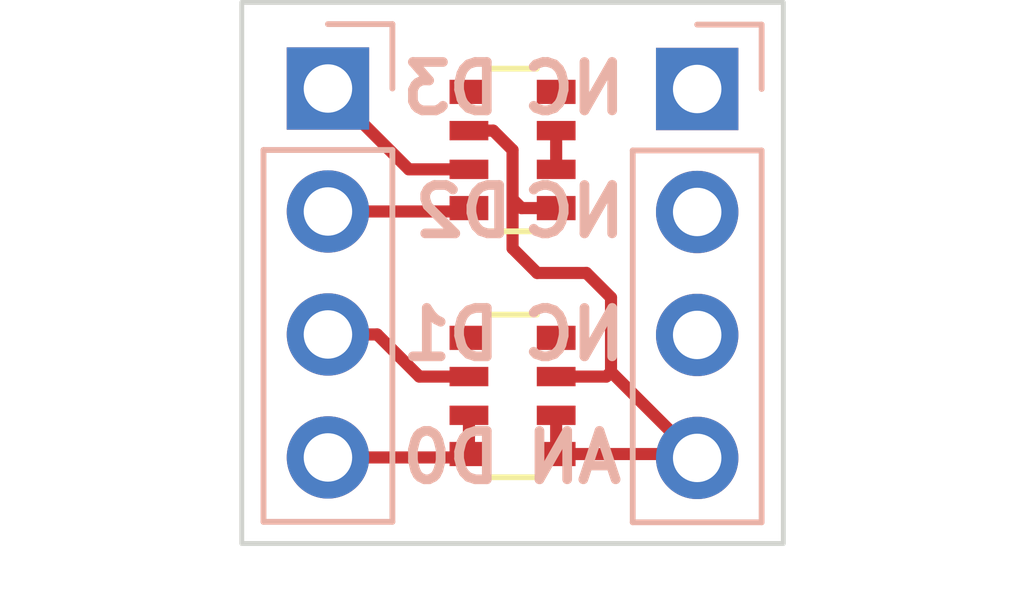
<source format=kicad_pcb>
(kicad_pcb (version 20211014) (generator pcbnew)
  (layers (0 "F.Cu" signal) (31 "B.Cu" signal) (34 "B.Paste" user) (35 "F.Paste" user) (36 "B.SilkS" user "B.Silkscreen") (37 "F.SilkS" user "F.Silkscreen") (38 "B.Mask" user) (39 "F.Mask" user) (44 "Edge.Cuts" user))
  (net 0 "")
  (net 5 "Net-(RN1-Pad6)")
  (net 9 "/D3")
  (net 10 "/D2")
  (net 11 "/D1")
  (net 12 "/D0")
  (net 13 "/AN")
  (footprint "Resistor_SMD:R_Array_Convex_4x0603" (layer "F.Cu") (at 153.416 117.602)
    (fp_text reference "RN2" hide)
    (fp_text value "1K")
    (fp_line (start 0.5 -1.68) (end -0.5 -1.68) (layer "F.SilkS") (width 0.12))
    (fp_line (start 0.5 1.68) (end -0.5 1.68) (layer "F.SilkS") (width 0.12))
    (pad "1" smd rect (at -0.9 -1.2) (size 0.8 0.5) (layers "F.Cu" "F.Paste" "F.Mask"))
    (pad "2" smd rect (at -0.9 -0.4) (size 0.8 0.4) (layers "F.Cu" "F.Paste" "F.Mask") (net 11 "/D1"))
    (pad "3" smd rect (at -0.9 0.4) (size 0.8 0.4) (layers "F.Cu" "F.Paste" "F.Mask") (net 12 "/D0"))
    (pad "4" smd rect (at -0.9 1.2) (size 0.8 0.5) (layers "F.Cu" "F.Paste" "F.Mask") (net 12 "/D0"))
    (pad "5" smd rect (at 0.9 1.2) (size 0.8 0.5) (layers "F.Cu" "F.Paste" "F.Mask") (net 13 "/AN"))
    (pad "6" smd rect (at 0.9 0.4) (size 0.8 0.4) (layers "F.Cu" "F.Paste" "F.Mask") (net 13 "/AN"))
    (pad "7" smd rect (at 0.9 -0.4) (size 0.8 0.4) (layers "F.Cu" "F.Paste" "F.Mask") (net 13 "/AN"))
    (pad "8" smd rect (at 0.9 -1.2) (size 0.8 0.5) (layers "F.Cu" "F.Paste" "F.Mask"))
  )
  (footprint "Resistor_SMD:R_Array_Convex_4x0603" (layer "F.Cu") (at 153.416 112.522)
    (fp_text reference "RN1" hide)
    (fp_text value "2K")
    (fp_line (start 0.5 -1.68) (end -0.5 -1.68) (layer "F.SilkS") (width 0.12))
    (fp_line (start 0.5 1.68) (end -0.5 1.68) (layer "F.SilkS") (width 0.12))
    (pad "1" smd rect (at -0.9 -1.2) (size 0.8 0.5) (layers "F.Cu" "F.Paste" "F.Mask"))
    (pad "2" smd rect (at -0.9 -0.4) (size 0.8 0.4) (layers "F.Cu" "F.Paste" "F.Mask") (net 13 "/AN"))
    (pad "3" smd rect (at -0.9 0.4) (size 0.8 0.4) (layers "F.Cu" "F.Paste" "F.Mask") (net 9 "/D3"))
    (pad "4" smd rect (at -0.9 1.2) (size 0.8 0.5) (layers "F.Cu" "F.Paste" "F.Mask") (net 10 "/D2"))
    (pad "5" smd rect (at 0.9 1.2) (size 0.8 0.5) (layers "F.Cu" "F.Paste" "F.Mask") (net 13 "/AN"))
    (pad "6" smd rect (at 0.9 0.4) (size 0.8 0.4) (layers "F.Cu" "F.Paste" "F.Mask") (net 5 "Net-(RN1-Pad6)"))
    (pad "7" smd rect (at 0.9 -0.4) (size 0.8 0.4) (layers "F.Cu" "F.Paste" "F.Mask") (net 5 "Net-(RN1-Pad6)"))
    (pad "8" smd rect (at 0.9 -1.2) (size 0.8 0.5) (layers "F.Cu" "F.Paste" "F.Mask"))
  )
  (footprint "Connector_PinHeader_2.54mm:PinHeader_1x04_P2.54mm_Vertical" (layer "B.Cu") (at 157.226 111.262 180)
    (fp_text reference "J2" hide)
    (fp_text value "Conn_01x04_Male")
    (fp_line (start 1.33 -1.27) (end 1.33 -8.95) (layer "B.SilkS") (width 0.12))
    (fp_line (start -1.33 -8.95) (end 1.33 -8.95) (layer "B.SilkS") (width 0.12))
    (fp_line (start -1.33 -1.27) (end -1.33 -8.95) (layer "B.SilkS") (width 0.12))
    (fp_line (start -1.33 1.33) (end 0 1.33) (layer "B.SilkS") (width 0.12))
    (fp_line (start -1.33 -1.27) (end 1.33 -1.27) (layer "B.SilkS") (width 0.12))
    (fp_line (start -1.33 0) (end -1.33 1.33) (layer "B.SilkS") (width 0.12))
    (pad "1" thru_hole rect (at 0 0 180) (size 1.7 1.7) (drill 1) (layers *.Cu *.Mask))
    (pad "2" thru_hole oval (at 0 -2.54 180) (size 1.7 1.7) (drill 1) (layers *.Cu *.Mask))
    (pad "3" thru_hole oval (at 0 -5.08 180) (size 1.7 1.7) (drill 1) (layers *.Cu *.Mask))
    (pad "4" thru_hole oval (at 0 -7.62 180) (size 1.7 1.7) (drill 1) (layers *.Cu *.Mask) (net 13 "/AN"))
  )
  (footprint "Connector_PinHeader_2.54mm:PinHeader_1x04_P2.54mm_Vertical" (layer "B.Cu") (at 149.606 111.252 180)
    (fp_text reference "J1" hide)
    (fp_text value "Conn_01x04_Male")
    (fp_line (start -1.33 0) (end -1.33 1.33) (layer "B.SilkS") (width 0.12))
    (fp_line (start -1.33 1.33) (end 0 1.33) (layer "B.SilkS") (width 0.12))
    (fp_line (start -1.33 -8.95) (end 1.33 -8.95) (layer "B.SilkS") (width 0.12))
    (fp_line (start -1.33 -1.27) (end 1.33 -1.27) (layer "B.SilkS") (width 0.12))
    (fp_line (start 1.33 -1.27) (end 1.33 -8.95) (layer "B.SilkS") (width 0.12))
    (fp_line (start -1.33 -1.27) (end -1.33 -8.95) (layer "B.SilkS") (width 0.12))
    (pad "1" thru_hole rect (at 0 0 180) (size 1.7 1.7) (drill 1) (layers *.Cu *.Mask) (net 9 "/D3"))
    (pad "2" thru_hole oval (at 0 -2.54 180) (size 1.7 1.7) (drill 1) (layers *.Cu *.Mask) (net 10 "/D2"))
    (pad "3" thru_hole oval (at 0 -5.08 180) (size 1.7 1.7) (drill 1) (layers *.Cu *.Mask) (net 11 "/D1"))
    (pad "4" thru_hole oval (at 0 -7.62 180) (size 1.7 1.7) (drill 1) (layers *.Cu *.Mask) (net 12 "/D0"))
  )
  (gr_rect (start 147.828 120.65) (end 159.004 109.474) (layer "Edge.Cuts") (width 0.1) (fill none))
  (gr_text "D3" (at 152.146 111.252) (layer "B.SilkS") (effects (font (size 1 1) (thickness 0.2)) (justify mirror)))
  (gr_text "D2" (at 152.4 113.792) (layer "B.SilkS") (effects (font (size 1 1) (thickness 0.2)) (justify mirror)))
  (gr_text "NC" (at 154.686 113.792) (layer "B.SilkS") (effects (font (size 1 1) (thickness 0.2)) (justify mirror)))
  (gr_text "AN" (at 154.686 118.872) (layer "B.SilkS") (effects (font (size 1 1) (thickness 0.2)) (justify mirror)))
  (gr_text "NC" (at 154.686 111.252) (layer "B.SilkS") (effects (font (size 1 1) (thickness 0.2)) (justify mirror)))
  (gr_text "NC" (at 154.686 116.332) (layer "B.SilkS") (effects (font (size 1 1) (thickness 0.2)) (justify mirror)))
  (gr_text "D0" (at 152.146 118.872) (layer "B.SilkS") (effects (font (size 1 1) (thickness 0.2)) (justify mirror)))
  (gr_text "D1" (at 152.146 116.332) (layer "B.SilkS") (effects (font (size 1 1) (thickness 0.2)) (justify mirror)))
  (segment (start 154.316 112.922) (end 154.316 112.122) (width 0.25) (layer "F.Cu") (net 5))
  (segment (start 151.276 112.922) (end 152.516 112.922) (width 0.25) (layer "F.Cu") (net 9))
  (segment (start 149.606 111.252) (end 151.276 112.922) (width 0.25) (layer "F.Cu") (net 9))
  (segment (start 152.446 113.792) (end 152.516 113.722) (width 0.25) (layer "F.Cu") (net 10))
  (segment (start 149.606 113.792) (end 152.446 113.792) (width 0.25) (layer "F.Cu") (net 10))
  (segment (start 149.606 116.332) (end 150.622 116.332) (width 0.25) (layer "F.Cu") (net 11))
  (segment (start 150.622 116.332) (end 151.492 117.202) (width 0.25) (layer "F.Cu") (net 11))
  (segment (start 151.492 117.202) (end 152.516 117.202) (width 0.25) (layer "F.Cu") (net 11))
  (segment (start 152.516 118.002) (end 152.516 118.802) (width 0.25) (layer "F.Cu") (net 12))
  (segment (start 149.606 118.872) (end 152.446 118.872) (width 0.25) (layer "F.Cu") (net 12))
  (segment (start 152.446 118.872) (end 152.516 118.802) (width 0.25) (layer "F.Cu") (net 12))
  (segment (start 155.448 115.57) (end 155.448 117.104) (width 0.25) (layer "F.Cu") (net 13))
  (segment (start 153.016 112.122) (end 153.416 112.522) (width 0.25) (layer "F.Cu") (net 13))
  (segment (start 157.146 118.802) (end 157.226 118.882) (width 0.25) (layer "F.Cu") (net 13))
  (segment (start 153.416 114.554) (end 153.924 115.062) (width 0.25) (layer "F.Cu") (net 13))
  (segment (start 154.316 117.202) (end 155.35 117.202) (width 0.25) (layer "F.Cu") (net 13))
  (segment (start 155.35 117.202) (end 155.448 117.104) (width 0.25) (layer "F.Cu") (net 13))
  (segment (start 154.94 115.062) (end 155.448 115.57) (width 0.25) (layer "F.Cu") (net 13))
  (segment (start 155.448 117.104) (end 157.226 118.882) (width 0.25) (layer "F.Cu") (net 13))
  (segment (start 153.6 113.722) (end 154.316 113.722) (width 0.25) (layer "F.Cu") (net 13))
  (segment (start 154.316 118.002) (end 154.316 118.802) (width 0.25) (layer "F.Cu") (net 13))
  (segment (start 153.924 115.062) (end 154.94 115.062) (width 0.25) (layer "F.Cu") (net 13))
  (segment (start 152.516 112.122) (end 153.016 112.122) (width 0.25) (layer "F.Cu") (net 13))
  (segment (start 153.416 113.538) (end 153.416 114.554) (width 0.25) (layer "F.Cu") (net 13))
  (segment (start 153.416 113.538) (end 153.6 113.722) (width 0.25) (layer "F.Cu") (net 13))
  (segment (start 153.416 112.522) (end 153.416 113.538) (width 0.25) (layer "F.Cu") (net 13))
  (segment (start 154.316 118.802) (end 157.146 118.802) (width 0.25) (layer "F.Cu") (net 13))
)
</source>
